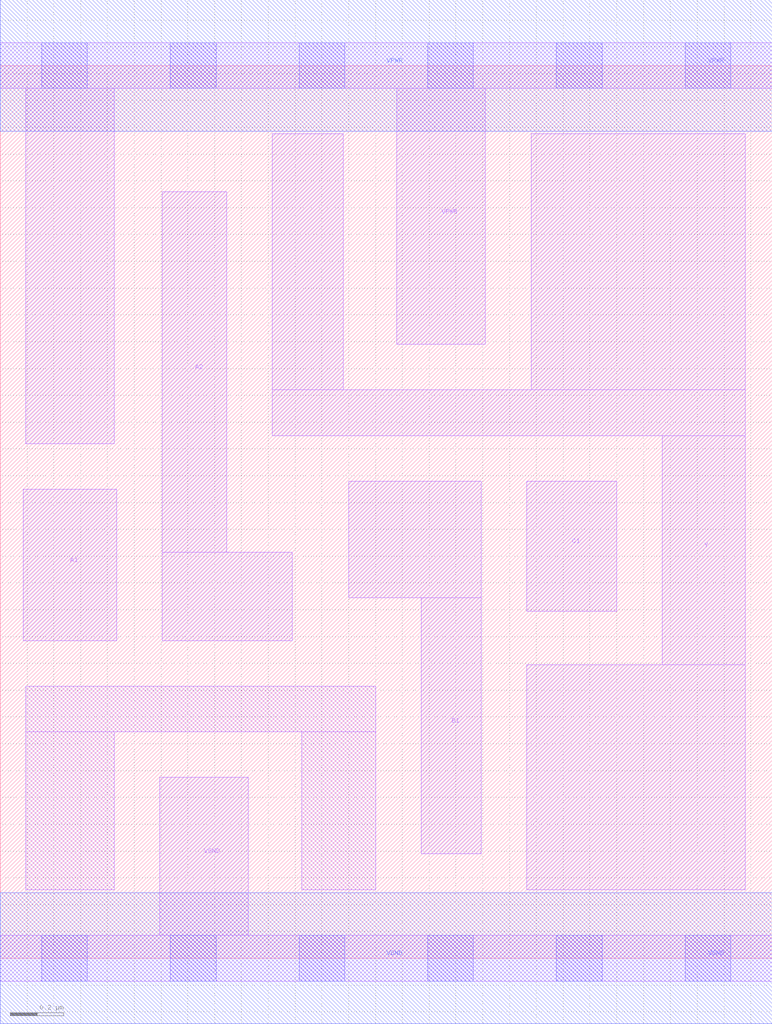
<source format=lef>
# Copyright 2020 The SkyWater PDK Authors
#
# Licensed under the Apache License, Version 2.0 (the "License");
# you may not use this file except in compliance with the License.
# You may obtain a copy of the License at
#
#     https://www.apache.org/licenses/LICENSE-2.0
#
# Unless required by applicable law or agreed to in writing, software
# distributed under the License is distributed on an "AS IS" BASIS,
# WITHOUT WARRANTIES OR CONDITIONS OF ANY KIND, either express or implied.
# See the License for the specific language governing permissions and
# limitations under the License.
#
# SPDX-License-Identifier: Apache-2.0

VERSION 5.7 ;
  NAMESCASESENSITIVE ON ;
  NOWIREEXTENSIONATPIN ON ;
  DIVIDERCHAR "/" ;
  BUSBITCHARS "[]" ;
UNITS
  DATABASE MICRONS 200 ;
END UNITS
MACRO sky130_fd_sc_lp__o211ai_1
  CLASS CORE ;
  SOURCE USER ;
  FOREIGN sky130_fd_sc_lp__o211ai_1 ;
  ORIGIN  0.000000  0.000000 ;
  SIZE  2.880000 BY  3.330000 ;
  SYMMETRY X Y R90 ;
  SITE unit ;
  PIN A1
    ANTENNAGATEAREA  0.315000 ;
    DIRECTION INPUT ;
    USE SIGNAL ;
    PORT
      LAYER li1 ;
        RECT 0.085000 1.185000 0.435000 1.750000 ;
    END
  END A1
  PIN A2
    ANTENNAGATEAREA  0.315000 ;
    DIRECTION INPUT ;
    USE SIGNAL ;
    PORT
      LAYER li1 ;
        RECT 0.605000 1.185000 1.090000 1.515000 ;
        RECT 0.605000 1.515000 0.845000 2.860000 ;
    END
  END A2
  PIN B1
    ANTENNAGATEAREA  0.315000 ;
    DIRECTION INPUT ;
    USE SIGNAL ;
    PORT
      LAYER li1 ;
        RECT 1.300000 1.345000 1.795000 1.780000 ;
        RECT 1.570000 0.390000 1.795000 1.345000 ;
    END
  END B1
  PIN C1
    ANTENNAGATEAREA  0.315000 ;
    DIRECTION INPUT ;
    USE SIGNAL ;
    PORT
      LAYER li1 ;
        RECT 1.965000 1.295000 2.300000 1.780000 ;
    END
  END C1
  PIN Y
    ANTENNADIFFAREA  1.761900 ;
    DIRECTION OUTPUT ;
    USE SIGNAL ;
    PORT
      LAYER li1 ;
        RECT 1.015000 1.950000 2.780000 2.120000 ;
        RECT 1.015000 2.120000 1.280000 3.075000 ;
        RECT 1.965000 0.255000 2.780000 1.095000 ;
        RECT 1.980000 2.120000 2.780000 3.075000 ;
        RECT 2.470000 1.095000 2.780000 1.950000 ;
    END
  END Y
  PIN VGND
    DIRECTION INOUT ;
    USE GROUND ;
    PORT
      LAYER li1 ;
        RECT 0.000000 -0.085000 2.880000 0.085000 ;
        RECT 0.595000  0.085000 0.925000 0.675000 ;
      LAYER mcon ;
        RECT 0.155000 -0.085000 0.325000 0.085000 ;
        RECT 0.635000 -0.085000 0.805000 0.085000 ;
        RECT 1.115000 -0.085000 1.285000 0.085000 ;
        RECT 1.595000 -0.085000 1.765000 0.085000 ;
        RECT 2.075000 -0.085000 2.245000 0.085000 ;
        RECT 2.555000 -0.085000 2.725000 0.085000 ;
      LAYER met1 ;
        RECT 0.000000 -0.245000 2.880000 0.245000 ;
    END
  END VGND
  PIN VPWR
    DIRECTION INOUT ;
    USE POWER ;
    PORT
      LAYER li1 ;
        RECT 0.000000 3.245000 2.880000 3.415000 ;
        RECT 0.095000 1.920000 0.425000 3.245000 ;
        RECT 1.480000 2.290000 1.810000 3.245000 ;
      LAYER mcon ;
        RECT 0.155000 3.245000 0.325000 3.415000 ;
        RECT 0.635000 3.245000 0.805000 3.415000 ;
        RECT 1.115000 3.245000 1.285000 3.415000 ;
        RECT 1.595000 3.245000 1.765000 3.415000 ;
        RECT 2.075000 3.245000 2.245000 3.415000 ;
        RECT 2.555000 3.245000 2.725000 3.415000 ;
      LAYER met1 ;
        RECT 0.000000 3.085000 2.880000 3.575000 ;
    END
  END VPWR
  OBS
    LAYER li1 ;
      RECT 0.095000 0.255000 0.425000 0.845000 ;
      RECT 0.095000 0.845000 1.400000 1.015000 ;
      RECT 1.125000 0.255000 1.400000 0.845000 ;
  END
END sky130_fd_sc_lp__o211ai_1

</source>
